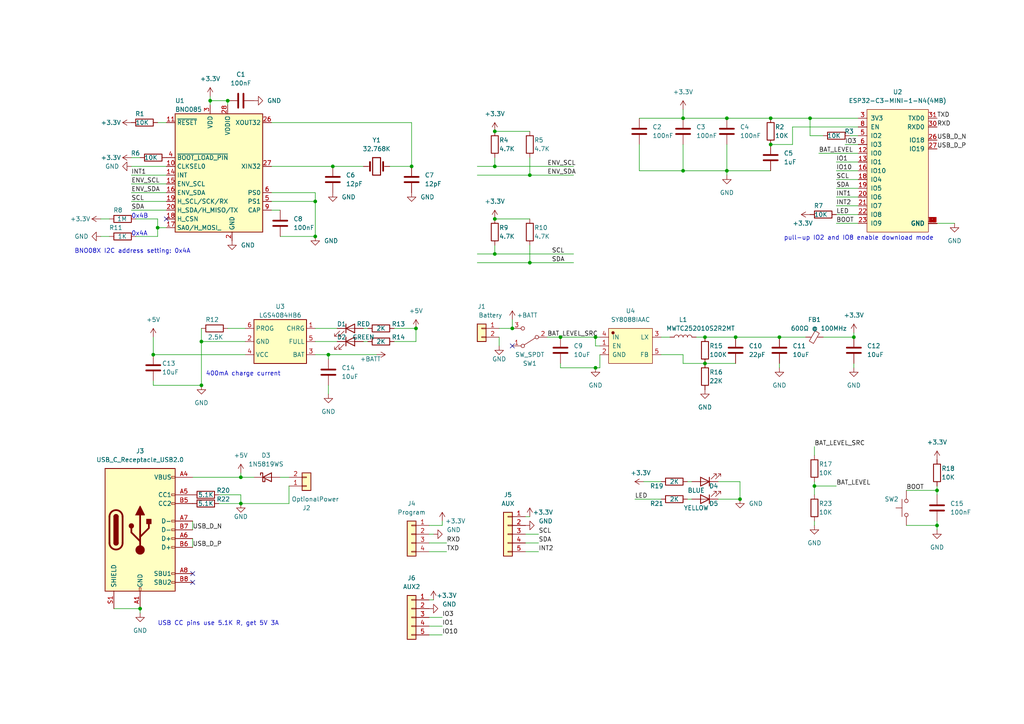
<source format=kicad_sch>
(kicad_sch (version 20230121) (generator eeschema)
  (paper "A4")
  (lib_symbols
    (symbol "Connector:USB_C_Receptacle_USB2.0" (pin_names (offset 1.016))
      (property "Reference" "J" (at -10.16 19.05 0))
      (property "Value" "USB_C_Receptacle_USB2.0" (at 19.05 19.05 0))
      (symbol "USB_C_Receptacle_USB2.0_1_1"
        (pin passive line (at 0 -22.86 90) (length 5.08) (name "GND") (number "A1"))
        (pin passive line (at 0 -22.86 90) (length 5.08) hide (name "GND") (number "A12"))
        (pin passive line (at 15.24 15.24 180) (length 5.08) (name "VBUS") (number "A4"))
        (pin bidirectional line (at 15.24 10.16 180) (length 5.08) (name "CC1") (number "A5"))
        (pin bidirectional line (at 15.24 -2.54 180) (length 5.08) (name "D+") (number "A6"))
        (pin bidirectional line (at 15.24 2.54 180) (length 5.08) (name "D-") (number "A7"))
        (pin bidirectional line (at 15.24 -12.7 180) (length 5.08) (name "SBU1") (number "A8"))
        (pin passive line (at 15.24 15.24 180) (length 5.08) hide (name "VBUS") (number "A9"))
        (pin passive line (at 0 -22.86 90) (length 5.08) hide (name "GND") (number "B1"))
        (pin passive line (at 0 -22.86 90) (length 5.08) hide (name "GND") (number "B12"))
        (pin passive line (at 15.24 15.24 180) (length 5.08) hide (name "VBUS") (number "B4"))
        (pin bidirectional line (at 15.24 7.62 180) (length 5.08) (name "CC2") (number "B5"))
        (pin bidirectional line (at 15.24 -5.08 180) (length 5.08) (name "D+") (number "B6"))
        (pin bidirectional line (at 15.24 0 180) (length 5.08) (name "D-") (number "B7"))
        (pin bidirectional line (at 15.24 -15.24 180) (length 5.08) (name "SBU2") (number "B8"))
        (pin passive line (at 15.24 15.24 180) (length 5.08) hide (name "VBUS") (number "B9"))
        (pin passive line (at -7.62 -22.86 90) (length 5.08) (name "SHIELD") (number "S1"))
      )
    )
    (symbol "Connector_Generic:Conn_01x02" (pin_names (offset 1.016) hide)
      (property "Reference" "J" (at 0 2.54 0))
      (property "Value" "Conn_01x02" (at 0 -5.08 0))
      (symbol "Conn_01x02_1_1"
        (pin passive line (at -5.08 0 0) (length 3.81) (name "Pin_1") (number "1"))
        (pin passive line (at -5.08 -2.54 0) (length 3.81) (name "Pin_2") (number "2"))
      )
    )
    (symbol "Connector_Generic:Conn_01x04" (pin_names (offset 1.016) hide)
      (property "Reference" "J" (at 0 5.08 0))
      (property "Value" "Conn_01x04" (at 0 -7.62 0))
      (symbol "Conn_01x04_1_1"
        (pin passive line (at -5.08 2.54 0) (length 3.81) (name "Pin_1") (number "1"))
        (pin passive line (at -5.08 0 0) (length 3.81) (name "Pin_2") (number "2"))
        (pin passive line (at -5.08 -2.54 0) (length 3.81) (name "Pin_3") (number "3"))
        (pin passive line (at -5.08 -5.08 0) (length 3.81) (name "Pin_4") (number "4"))
      )
    )
    (symbol "Connector_Generic:Conn_01x05" (pin_names (offset 1.016) hide)
      (property "Reference" "J" (at 0 7.62 0))
      (property "Value" "Conn_01x05" (at 0 -7.62 0))
      (symbol "Conn_01x05_1_1"
        (pin passive line (at -5.08 5.08 0) (length 3.81) (name "Pin_1") (number "1"))
        (pin passive line (at -5.08 2.54 0) (length 3.81) (name "Pin_2") (number "2"))
        (pin passive line (at -5.08 0 0) (length 3.81) (name "Pin_3") (number "3"))
        (pin passive line (at -5.08 -2.54 0) (length 3.81) (name "Pin_4") (number "4"))
        (pin passive line (at -5.08 -5.08 0) (length 3.81) (name "Pin_5") (number "5"))
      )
    )
    (symbol "Crazt_Battery:LGS4084HB6"
      (property "Reference" "U" (at -7.62 7.62 0))
      (symbol "LGS4084HB6_1_1"
        (pin passive line (at 10.16 3.81 180) (length 2.54) (name "CHRG") (number "1"))
        (pin passive line (at -10.16 0 0) (length 2.54) (name "GND") (number "2"))
        (pin passive line (at 10.16 -3.81 180) (length 2.54) (name "BAT") (number "3"))
        (pin passive line (at -10.16 -3.81 0) (length 2.54) (name "VCC") (number "4"))
        (pin passive line (at 10.16 0 180) (length 2.54) (name "FULL") (number "5"))
        (pin passive line (at -10.16 3.81 0) (length 2.54) (name "PROG") (number "6"))
      )
    )
    (symbol "Crazt_Converter_DCDC:SY8088IAAC" (pin_names (offset 1.016))
      (property "Reference" "U" (at 0 7.6962 0))
      (property "Value" "SY8088IAAC" (at 0 12.7762 0))
      (symbol "SY8088IAAC_1_1"
        (pin input line (at -8.89 0 0) (length 2.54) (name "EN") (number "1"))
        (pin input line (at -8.89 -2.54 0) (length 2.54) (name "GND") (number "2"))
        (pin input line (at 8.89 2.54 180) (length 2.54) (name "LX") (number "3"))
        (pin input line (at -8.89 2.54 0) (length 2.54) (name "IN") (number "4"))
        (pin input line (at 8.89 -2.54 180) (length 2.54) (name "FB") (number "5"))
      )
    )
    (symbol "Crazt_Module_ESP:ESP32-C3-MINI-1-N4(4MB)" (pin_names (offset 1.016))
      (property "Reference" "U" (at -7.62 19.05 0))
      (property "Value" "ESP32-C3-MINI-1-N4(4MB)" (at 2.54 21.59 0))
      (symbol "ESP32-C3-MINI-1-N4(4MB)_1_1"
        (pin input line (at 11.43 -16.51 180) (length 2.54) (name "GND") (number "1"))
        (pin no_connect line (at 8.89 2.54 180) (length 2.54) hide (name "NC") (number "10"))
        (pin input line (at 11.43 -16.51 180) (length 2.54) (name "GND") (number "11"))
        (pin input line (at -11.43 3.81 0) (length 2.54) (name "IO0") (number "12"))
        (pin input line (at -11.43 1.27 0) (length 2.54) (name "IO1") (number "13"))
        (pin input line (at 11.43 -16.51 180) (length 2.54) (name "GND") (number "14"))
        (pin no_connect line (at 8.89 1.27 180) (length 2.54) hide (name "NC") (number "15"))
        (pin input line (at -11.43 -1.27 0) (length 2.54) (name "IO10") (number "16"))
        (pin no_connect line (at 8.89 0 180) (length 2.54) hide (name "NC") (number "17"))
        (pin input line (at -11.43 -3.81 0) (length 2.54) (name "IO4") (number "18"))
        (pin input line (at -11.43 -6.35 0) (length 2.54) (name "IO5") (number "19"))
        (pin input line (at 11.43 -16.51 180) (length 2.54) (name "GND") (number "2"))
        (pin input line (at -11.43 -8.89 0) (length 2.54) (name "IO6") (number "20"))
        (pin input line (at -11.43 -11.43 0) (length 2.54) (name "IO7") (number "21"))
        (pin input line (at -11.43 -13.97 0) (length 2.54) (name "IO8") (number "22"))
        (pin input line (at -11.43 -16.51 0) (length 2.54) (name "IO9") (number "23"))
        (pin no_connect line (at 8.89 -1.27 180) (length 2.54) hide (name "NC") (number "24"))
        (pin no_connect line (at 8.89 -2.54 180) (length 2.54) hide (name "NC") (number "25"))
        (pin input line (at 11.43 7.62 180) (length 2.54) (name "IO18") (number "26"))
        (pin input line (at 11.43 5.08 180) (length 2.54) (name "IO19") (number "27"))
        (pin no_connect line (at 8.89 -3.81 180) (length 2.54) hide (name "NC") (number "28"))
        (pin no_connect line (at 8.89 -5.08 180) (length 2.54) hide (name "NC") (number "29"))
        (pin input line (at -11.43 13.97 0) (length 2.54) (name "3V3") (number "3"))
        (pin input line (at 11.43 11.43 180) (length 2.54) (name "RXD0") (number "30"))
        (pin input line (at 11.43 13.97 180) (length 2.54) (name "TXD0") (number "31"))
        (pin no_connect line (at 8.89 -6.35 180) (length 2.54) hide (name "NC") (number "32"))
        (pin no_connect line (at 8.89 -7.62 180) (length 2.54) hide (name "NC") (number "33"))
        (pin no_connect line (at 8.89 -8.89 180) (length 2.54) hide (name "NC") (number "34"))
        (pin no_connect line (at 8.89 -10.16 180) (length 2.54) hide (name "NC") (number "35"))
        (pin input line (at 11.43 -16.51 180) (length 2.54) (name "GND") (number "36"))
        (pin input line (at 11.43 -16.51 180) (length 2.54) (name "GND") (number "37"))
        (pin input line (at 11.43 -16.51 180) (length 2.54) (name "GND") (number "38"))
        (pin input line (at 11.43 -16.51 180) (length 2.54) (name "GND") (number "39"))
        (pin no_connect line (at 8.89 -11.43 180) (length 2.54) hide (name "NC") (number "4"))
        (pin input line (at 11.43 -16.51 180) (length 2.54) (name "GND") (number "40"))
        (pin input line (at 11.43 -16.51 180) (length 2.54) (name "GND") (number "41"))
        (pin input line (at 11.43 -16.51 180) (length 2.54) (name "GND") (number "42"))
        (pin input line (at 11.43 -16.51 180) (length 2.54) (name "GND") (number "43"))
        (pin input line (at 11.43 -16.51 180) (length 2.54) (name "GND") (number "44"))
        (pin input line (at 11.43 -16.51 180) (length 2.54) (name "GND") (number "45"))
        (pin input line (at 11.43 -16.51 180) (length 2.54) (name "GND") (number "46"))
        (pin input line (at 11.43 -16.51 180) (length 2.54) (name "GND") (number "47"))
        (pin input line (at 11.43 -16.51 180) (length 2.54) (name "GND") (number "48"))
        (pin input line (at 11.43 -16.51 180) (length 2.54) (name "GND") (number "49"))
        (pin input line (at -11.43 8.89 0) (length 2.54) (name "IO2") (number "5"))
        (pin input line (at 11.43 -16.51 180) (length 2.54) (name "GND") (number "50"))
        (pin input line (at 11.43 -16.51 180) (length 2.54) (name "GND") (number "51"))
        (pin input line (at 11.43 -16.51 180) (length 2.54) (name "GND") (number "52"))
        (pin input line (at 11.43 -16.51 180) (length 2.54) (name "GND") (number "53"))
        (pin input line (at -11.43 6.35 0) (length 2.54) (name "IO3") (number "6"))
        (pin no_connect line (at 8.89 -12.7 180) (length 2.54) hide (name "NC") (number "7"))
        (pin input line (at -11.43 11.43 0) (length 2.54) (name "EN") (number "8"))
        (pin no_connect line (at 8.89 -13.97 180) (length 2.54) hide (name "NC") (number "9"))
      )
    )
    (symbol "Crazt_Sensor:BNO085"
      (property "Reference" "U" (at -11.43 20.32 0))
      (property "Value" "BNO085" (at -5.08 17.78 0))
      (symbol "BNO085_1_1"
        (pin no_connect line (at -12.7 10.16 0) (length 2.54) hide (name "PIN1") (number "1"))
        (pin output line (at -15.24 0 0) (length 2.54) (name "CLKSEL0") (number "10"))
        (pin input line (at -15.24 12.7 0) (length 2.54) (name "~{RESET}") (number "11"))
        (pin no_connect line (at 12.7 10.16 180) (length 2.54) hide (name "PIN12") (number "12"))
        (pin no_connect line (at 12.7 7.62 180) (length 2.54) hide (name "PIN13") (number "13"))
        (pin output line (at -15.24 -2.54 0) (length 2.54) (name "INT") (number "14"))
        (pin bidirectional line (at -15.24 -5.08 0) (length 2.54) (name "ENV_SCL") (number "15"))
        (pin bidirectional line (at -15.24 -7.62 0) (length 2.54) (name "ENV_SDA") (number "16"))
        (pin input line (at -15.24 -17.78 0) (length 2.54) (name "SA0/H_MOSI_") (number "17"))
        (pin bidirectional line (at -15.24 -15.24 0) (length 2.54) (name "H_CSN") (number "18"))
        (pin bidirectional line (at -15.24 -10.16 0) (length 2.54) (name "H_SCL/SCK/RX") (number "19"))
        (pin power_in line (at 3.81 -21.59 90) (length 2.54) (name "GND") (number "2"))
        (pin bidirectional line (at -15.24 -12.7 0) (length 2.54) (name "H_SDA/H_MISO/TX") (number "20"))
        (pin no_connect line (at 12.7 5.08 180) (length 2.54) hide (name "PIN21") (number "21"))
        (pin no_connect line (at 12.7 2.54 180) (length 2.54) hide (name "PIN22") (number "22"))
        (pin no_connect line (at 12.7 -2.54 180) (length 2.54) hide (name "PIN23") (number "23"))
        (pin no_connect line (at 12.7 -5.08 180) (length 2.54) hide (name "PIN24") (number "24"))
        (pin power_in line (at 3.81 -21.59 90) (length 2.54) hide (name "GND") (number "25"))
        (pin output line (at 15.24 12.7 180) (length 2.54) (name "XOUT32") (number "26"))
        (pin input line (at 15.24 0 180) (length 2.54) (name "XIN32") (number "27"))
        (pin power_in line (at 2.54 17.78 270) (length 2.54) (name "VDDIO") (number "28"))
        (pin power_in line (at -2.54 17.78 270) (length 2.54) (name "VDD") (number "3"))
        (pin input line (at -15.24 2.54 0) (length 2.54) (name "~{BOOT_LOAD_PIN}") (number "4"))
        (pin input line (at 15.24 -10.16 180) (length 2.54) (name "PS1") (number "5"))
        (pin input line (at 15.24 -7.62 180) (length 2.54) (name "PS0") (number "6"))
        (pin no_connect line (at -12.7 7.62 0) (length 2.54) hide (name "PIN7") (number "7"))
        (pin no_connect line (at -12.7 5.08 0) (length 2.54) hide (name "PIN8") (number "8"))
        (pin passive line (at 15.24 -12.7 180) (length 2.54) (name "CAP") (number "9"))
      )
    )
    (symbol "Device:C" (pin_numbers hide) (pin_names (offset 0.254))
      (property "Reference" "C" (at 0.635 2.54 0))
      (property "Value" "C" (at 0.635 -2.54 0))
      (symbol "C_1_1"
        (pin passive line (at 0 3.81 270) (length 2.794) (name "~") (number "1"))
        (pin passive line (at 0 -3.81 90) (length 2.794) (name "~") (number "2"))
      )
    )
    (symbol "Device:Crystal" (pin_numbers hide) (pin_names (offset 1.016) hide)
      (property "Reference" "Y" (at 0 3.81 0))
      (property "Value" "Crystal" (at 0 -3.81 0))
      (symbol "Crystal_1_1"
        (pin passive line (at -3.81 0 0) (length 1.27) (name "1") (number "1"))
        (pin passive line (at 3.81 0 180) (length 1.27) (name "2") (number "2"))
      )
    )
    (symbol "Device:FerriteBead_Small" (pin_numbers hide) (pin_names (offset 0))
      (property "Reference" "FB" (at 1.905 1.27 0))
      (property "Value" "FerriteBead_Small" (at 1.905 -1.27 0))
      (symbol "FerriteBead_Small_1_1"
        (pin passive line (at 0 2.54 270) (length 1.27) (name "~") (number "1"))
        (pin passive line (at 0 -2.54 90) (length 1.27) (name "~") (number "2"))
      )
    )
    (symbol "Device:L" (pin_numbers hide) (pin_names (offset 1.016) hide)
      (property "Reference" "L" (at -1.27 0 90))
      (property "Value" "L" (at 1.905 0 90))
      (symbol "L_1_1"
        (pin passive line (at 0 3.81 270) (length 1.27) (name "1") (number "1"))
        (pin passive line (at 0 -3.81 90) (length 1.27) (name "2") (number "2"))
      )
    )
    (symbol "Device:LED" (pin_numbers hide) (pin_names (offset 1.016) hide)
      (property "Reference" "D" (at 0 2.54 0))
      (property "Value" "LED" (at 0 -2.54 0))
      (symbol "LED_1_1"
        (pin passive line (at -3.81 0 0) (length 2.54) (name "K") (number "1"))
        (pin passive line (at 3.81 0 180) (length 2.54) (name "A") (number "2"))
      )
    )
    (symbol "Device:R" (pin_numbers hide) (pin_names (offset 0))
      (property "Reference" "R" (at 2.032 0 90))
      (property "Value" "R" (at 0 0 90))
      (symbol "R_1_1"
        (pin passive line (at 0 3.81 270) (length 1.27) (name "~") (number "1"))
        (pin passive line (at 0 -3.81 90) (length 1.27) (name "~") (number "2"))
      )
    )
    (symbol "Diode:1N5819WS" (pin_numbers hide) (pin_names (offset 1.016) hide)
      (property "Reference" "D" (at 0 2.54 0))
      (property "Value" "1N5819WS" (at 0 -2.54 0))
      (symbol "1N5819WS_1_1"
        (pin passive line (at -3.81 0 0) (length 2.54) (name "K") (number "1"))
        (pin passive line (at 3.81 0 180) (length 2.54) (name "A") (number "2"))
      )
    )
    (symbol "Switch:SW_Push" (pin_numbers hide) (pin_names (offset 1.016) hide)
      (property "Reference" "SW" (at 1.27 2.54 0))
      (property "Value" "SW_Push" (at 0 -1.524 0))
      (symbol "SW_Push_0_1"
        (pin passive line (at -5.08 0 0) (length 2.54) (name "1") (number "1"))
        (pin passive line (at 5.08 0 180) (length 2.54) (name "2") (number "2"))
      )
    )
    (symbol "Switch:SW_SPDT" (pin_names (offset 0) hide)
      (property "Reference" "SW" (at 0 4.318 0))
      (property "Value" "SW_SPDT" (at 0 -5.08 0))
      (symbol "SW_SPDT_1_1"
        (pin passive line (at 5.08 2.54 180) (length 2.54) (name "A") (number "1"))
        (pin passive line (at -5.08 0 0) (length 2.54) (name "B") (number "2"))
        (pin passive line (at 5.08 -2.54 180) (length 2.54) (name "C") (number "3"))
      )
    )
    (symbol "power:+3.3V" (power) (pin_names (offset 0))
      (property "Value" "+3.3V" (at 0 3.556 0))
      (symbol "+3.3V_1_1"
        (pin power_in line (at 0 0 90) (length 0) hide (name "+3.3V") (number "1"))
      )
    )
    (symbol "power:+5V" (power) (pin_names (offset 0))
      (property "Value" "+5V" (at 0 3.556 0))
      (symbol "+5V_1_1"
        (pin power_in line (at 0 0 90) (length 0) hide (name "+5V") (number "1"))
      )
    )
    (symbol "power:+BATT" (power) (pin_names (offset 0))
      (property "Value" "+BATT" (at 0 3.556 0))
      (symbol "+BATT_1_1"
        (pin power_in line (at 0 0 90) (length 0) hide (name "+BATT") (number "1"))
      )
    )
    (symbol "power:GND" (power) (pin_names (offset 0))
      (property "Value" "GND" (at 0 -3.81 0))
      (symbol "GND_1_1"
        (pin power_in line (at 0 0 270) (length 0) hide (name "GND") (number "1"))
      )
    )
  )
  (junction (at 153.67 50.8))
  (junction (at 234.95 34.29))
  (junction (at 69.85 146.05))
  (junction (at 226.06 97.79))
  (junction (at 204.47 105.41))
  (junction (at 95.25 102.87))
  (junction (at 223.52 41.91))
  (junction (at 143.51 63.5))
  (junction (at 119.38 48.26))
  (junction (at 198.12 49.53))
  (junction (at 60.96 29.21))
  (junction (at 247.65 97.79))
  (junction (at 210.82 49.53))
  (junction (at 143.51 73.66))
  (junction (at 45.72 66.04))
  (junction (at 91.44 58.42))
  (junction (at 162.56 97.79))
  (junction (at 153.67 76.2))
  (junction (at 96.52 48.26))
  (junction (at 40.64 176.53))
  (junction (at 172.72 106.68))
  (junction (at 204.47 97.79))
  (junction (at 198.12 34.29))
  (junction (at 271.78 152.4))
  (junction (at 120.65 95.25))
  (junction (at 66.04 29.21))
  (junction (at 91.44 68.58))
  (junction (at 143.51 48.26))
  (junction (at 143.51 38.1))
  (junction (at 172.72 97.79))
  (junction (at 214.63 144.78))
  (junction (at 58.42 99.06))
  (junction (at 148.59 95.25))
  (junction (at 223.52 34.29))
  (junction (at 58.42 111.76))
  (junction (at 44.45 102.87))
  (junction (at 236.22 140.97))
  (junction (at 213.36 97.79))
  (junction (at 210.82 34.29))
  (junction (at 271.78 142.24))
  (junction (at 69.85 138.43))
  (no_connect (at 148.59 100.33))
  (no_connect (at 55.88 168.91))
  (no_connect (at 55.88 166.37))
  (no_connect (at 48.26 63.5))
  (wire (pts (xy 210.82 50.8) (xy 210.82 49.53)))
  (wire (pts (xy 242.57 64.77) (xy 248.92 64.77)))
  (wire (pts (xy 200.66 139.7) (xy 199.39 139.7)))
  (wire (pts (xy 91.44 68.58) (xy 91.44 58.42)))
  (wire (pts (xy 91.44 95.25) (xy 97.79 95.25)))
  (wire (pts (xy 55.88 138.43) (xy 69.85 138.43)))
  (wire (pts (xy 242.57 59.69) (xy 248.92 59.69)))
  (wire (pts (xy 29.21 68.58) (xy 31.75 68.58)))
  (wire (pts (xy 119.38 35.56) (xy 119.38 48.26)))
  (wire (pts (xy 78.74 48.26) (xy 96.52 48.26)))
  (wire (pts (xy 223.52 41.91) (xy 229.87 41.91)))
  (wire (pts (xy 125.73 173.99) (xy 124.46 173.99)))
  (wire (pts (xy 40.64 176.53) (xy 40.64 177.8)))
  (wire (pts (xy 66.04 29.21) (xy 66.04 30.48)))
  (wire (pts (xy 39.37 63.5) (xy 45.72 63.5)))
  (wire (pts (xy 229.87 36.83) (xy 229.87 41.91)))
  (wire (pts (xy 44.45 111.76) (xy 44.45 110.49)))
  (wire (pts (xy 91.44 55.88) (xy 78.74 55.88)))
  (wire (pts (xy 138.43 73.66) (xy 143.51 73.66)))
  (wire (pts (xy 45.72 66.04) (xy 48.26 66.04)))
  (wire (pts (xy 226.06 97.79) (xy 233.68 97.79)))
  (wire (pts (xy 242.57 54.61) (xy 248.92 54.61)))
  (wire (pts (xy 143.51 38.1) (xy 153.67 38.1)))
  (wire (pts (xy 246.38 39.37) (xy 248.92 39.37)))
  (wire (pts (xy 120.65 99.06) (xy 120.65 95.25)))
  (wire (pts (xy 69.85 143.51) (xy 69.85 146.05)))
  (wire (pts (xy 95.25 102.87) (xy 91.44 102.87)))
  (wire (pts (xy 143.51 71.12) (xy 143.51 73.66)))
  (wire (pts (xy 96.52 48.26) (xy 105.41 48.26)))
  (wire (pts (xy 105.41 99.06) (xy 106.68 99.06)))
  (wire (pts (xy 173.99 106.68) (xy 172.72 106.68)))
  (wire (pts (xy 143.51 63.5) (xy 153.67 63.5)))
  (wire (pts (xy 29.21 63.5) (xy 31.75 63.5)))
  (wire (pts (xy 38.1 48.26) (xy 48.26 48.26)))
  (wire (pts (xy 138.43 76.2) (xy 153.67 76.2)))
  (wire (pts (xy 271.78 140.97) (xy 271.78 142.24)))
  (wire (pts (xy 208.28 139.7) (xy 214.63 139.7)))
  (wire (pts (xy 128.27 184.15) (xy 124.46 184.15)))
  (wire (pts (xy 113.03 48.26) (xy 119.38 48.26)))
  (wire (pts (xy 143.51 48.26) (xy 166.37 48.26)))
  (wire (pts (xy 44.45 102.87) (xy 71.12 102.87)))
  (wire (pts (xy 45.72 35.56) (xy 48.26 35.56)))
  (wire (pts (xy 156.21 157.48) (xy 152.4 157.48)))
  (wire (pts (xy 39.37 68.58) (xy 45.72 68.58)))
  (wire (pts (xy 144.78 100.33) (xy 144.78 97.79)))
  (wire (pts (xy 242.57 52.07) (xy 248.92 52.07)))
  (wire (pts (xy 45.72 63.5) (xy 45.72 66.04)))
  (wire (pts (xy 186.69 139.7) (xy 191.77 139.7)))
  (wire (pts (xy 173.99 100.33) (xy 172.72 100.33)))
  (wire (pts (xy 58.42 99.06) (xy 71.12 99.06)))
  (wire (pts (xy 208.28 144.78) (xy 214.63 144.78)))
  (wire (pts (xy 236.22 129.54) (xy 236.22 132.08)))
  (wire (pts (xy 236.22 152.4) (xy 236.22 151.13)))
  (wire (pts (xy 226.06 105.41) (xy 226.06 106.68)))
  (wire (pts (xy 242.57 57.15) (xy 248.92 57.15)))
  (wire (pts (xy 105.41 95.25) (xy 106.68 95.25)))
  (wire (pts (xy 95.25 102.87) (xy 109.22 102.87)))
  (wire (pts (xy 162.56 97.79) (xy 172.72 97.79)))
  (wire (pts (xy 214.63 139.7) (xy 214.63 144.78)))
  (wire (pts (xy 200.66 144.78) (xy 199.39 144.78)))
  (wire (pts (xy 213.36 97.79) (xy 226.06 97.79)))
  (wire (pts (xy 210.82 49.53) (xy 198.12 49.53)))
  (wire (pts (xy 158.75 97.79) (xy 162.56 97.79)))
  (wire (pts (xy 242.57 46.99) (xy 248.92 46.99)))
  (wire (pts (xy 124.46 152.4) (xy 128.27 152.4)))
  (wire (pts (xy 184.15 144.78) (xy 191.77 144.78)))
  (wire (pts (xy 33.02 176.53) (xy 40.64 176.53)))
  (wire (pts (xy 55.88 153.67) (xy 55.88 151.13)))
  (wire (pts (xy 128.27 179.07) (xy 124.46 179.07)))
  (wire (pts (xy 95.25 104.14) (xy 95.25 102.87)))
  (wire (pts (xy 191.77 97.79) (xy 194.31 97.79)))
  (wire (pts (xy 38.1 53.34) (xy 48.26 53.34)))
  (wire (pts (xy 78.74 60.96) (xy 81.28 60.96)))
  (wire (pts (xy 60.96 27.94) (xy 60.96 29.21)))
  (wire (pts (xy 95.25 114.3) (xy 95.25 111.76)))
  (wire (pts (xy 245.11 41.91) (xy 248.92 41.91)))
  (wire (pts (xy 144.78 95.25) (xy 148.59 95.25)))
  (wire (pts (xy 185.42 49.53) (xy 198.12 49.53)))
  (wire (pts (xy 153.67 50.8) (xy 166.37 50.8)))
  (wire (pts (xy 83.82 146.05) (xy 83.82 140.97)))
  (wire (pts (xy 236.22 139.7) (xy 236.22 140.97)))
  (wire (pts (xy 198.12 31.75) (xy 198.12 34.29)))
  (wire (pts (xy 223.52 49.53) (xy 210.82 49.53)))
  (wire (pts (xy 271.78 151.13) (xy 271.78 152.4)))
  (wire (pts (xy 138.43 48.26) (xy 143.51 48.26)))
  (wire (pts (xy 236.22 140.97) (xy 242.57 140.97)))
  (wire (pts (xy 242.57 49.53) (xy 248.92 49.53)))
  (wire (pts (xy 238.76 97.79) (xy 247.65 97.79)))
  (wire (pts (xy 172.72 97.79) (xy 173.99 97.79)))
  (wire (pts (xy 38.1 58.42) (xy 48.26 58.42)))
  (wire (pts (xy 210.82 41.91) (xy 210.82 49.53)))
  (wire (pts (xy 198.12 105.41) (xy 204.47 105.41)))
  (wire (pts (xy 63.5 143.51) (xy 69.85 143.51)))
  (wire (pts (xy 191.77 102.87) (xy 198.12 102.87)))
  (wire (pts (xy 237.49 44.45) (xy 248.92 44.45)))
  (wire (pts (xy 66.04 95.25) (xy 71.12 95.25)))
  (wire (pts (xy 234.95 34.29) (xy 248.92 34.29)))
  (wire (pts (xy 148.59 92.71) (xy 148.59 95.25)))
  (wire (pts (xy 83.82 146.05) (xy 69.85 146.05)))
  (wire (pts (xy 162.56 106.68) (xy 172.72 106.68)))
  (wire (pts (xy 247.65 105.41) (xy 247.65 106.68)))
  (wire (pts (xy 114.3 95.25) (xy 120.65 95.25)))
  (wire (pts (xy 204.47 105.41) (xy 213.36 105.41)))
  (wire (pts (xy 38.1 55.88) (xy 48.26 55.88)))
  (wire (pts (xy 45.72 66.04) (xy 45.72 68.58)))
  (wire (pts (xy 128.27 181.61) (xy 124.46 181.61)))
  (wire (pts (xy 81.28 138.43) (xy 83.82 138.43)))
  (wire (pts (xy 271.78 64.77) (xy 276.86 64.77)))
  (wire (pts (xy 143.51 73.66) (xy 166.37 73.66)))
  (wire (pts (xy 248.92 36.83) (xy 229.87 36.83)))
  (wire (pts (xy 185.42 41.91) (xy 185.42 49.53)))
  (wire (pts (xy 198.12 102.87) (xy 198.12 105.41)))
  (wire (pts (xy 271.78 152.4) (xy 271.78 153.67)))
  (wire (pts (xy 247.65 96.52) (xy 247.65 97.79)))
  (wire (pts (xy 198.12 49.53) (xy 198.12 41.91)))
  (wire (pts (xy 172.72 100.33) (xy 172.72 97.79)))
  (wire (pts (xy 262.89 152.4) (xy 271.78 152.4)))
  (wire (pts (xy 153.67 71.12) (xy 153.67 76.2)))
  (wire (pts (xy 198.12 34.29) (xy 210.82 34.29)))
  (wire (pts (xy 69.85 138.43) (xy 73.66 138.43)))
  (wire (pts (xy 153.67 76.2) (xy 166.37 76.2)))
  (wire (pts (xy 153.67 45.72) (xy 153.67 50.8)))
  (wire (pts (xy 129.54 157.48) (xy 124.46 157.48)))
  (wire (pts (xy 162.56 105.41) (xy 162.56 106.68)))
  (wire (pts (xy 114.3 99.06) (xy 120.65 99.06)))
  (wire (pts (xy 60.96 29.21) (xy 60.96 30.48)))
  (wire (pts (xy 38.1 45.72) (xy 40.64 45.72)))
  (wire (pts (xy 63.5 146.05) (xy 69.85 146.05)))
  (wire (pts (xy 78.74 35.56) (xy 119.38 35.56)))
  (wire (pts (xy 128.27 152.4) (xy 128.27 151.13)))
  (wire (pts (xy 138.43 50.8) (xy 153.67 50.8)))
  (wire (pts (xy 58.42 111.76) (xy 44.45 111.76)))
  (wire (pts (xy 156.21 160.02) (xy 152.4 160.02)))
  (wire (pts (xy 271.78 142.24) (xy 271.78 143.51)))
  (wire (pts (xy 185.42 34.29) (xy 198.12 34.29)))
  (wire (pts (xy 60.96 29.21) (xy 66.04 29.21)))
  (wire (pts (xy 91.44 58.42) (xy 91.44 55.88)))
  (wire (pts (xy 262.89 142.24) (xy 271.78 142.24)))
  (wire (pts (xy 58.42 95.25) (xy 58.42 99.06)))
  (wire (pts (xy 201.93 97.79) (xy 204.47 97.79)))
  (wire (pts (xy 236.22 143.51) (xy 236.22 140.97)))
  (wire (pts (xy 38.1 50.8) (xy 48.26 50.8)))
  (wire (pts (xy 69.85 137.16) (xy 69.85 138.43)))
  (wire (pts (xy 223.52 34.29) (xy 234.95 34.29)))
  (wire (pts (xy 55.88 156.21) (xy 55.88 158.75)))
  (wire (pts (xy 143.51 45.72) (xy 143.51 48.26)))
  (wire (pts (xy 153.67 149.86) (xy 152.4 149.86)))
  (wire (pts (xy 38.1 60.96) (xy 48.26 60.96)))
  (wire (pts (xy 156.21 154.94) (xy 152.4 154.94)))
  (wire (pts (xy 125.73 154.94) (xy 124.46 154.94)))
  (wire (pts (xy 129.54 160.02) (xy 124.46 160.02)))
  (wire (pts (xy 210.82 34.29) (xy 223.52 34.29)))
  (wire (pts (xy 234.95 39.37) (xy 234.95 34.29)))
  (wire (pts (xy 58.42 99.06) (xy 58.42 111.76)))
  (wire (pts (xy 204.47 97.79) (xy 213.36 97.79)))
  (wire (pts (xy 44.45 97.79) (xy 44.45 102.87)))
  (wire (pts (xy 78.74 58.42) (xy 91.44 58.42)))
  (wire (pts (xy 242.57 62.23) (xy 248.92 62.23)))
  (wire (pts (xy 91.44 99.06) (xy 97.79 99.06)))
  (wire (pts (xy 238.76 39.37) (xy 234.95 39.37)))
  (wire (pts (xy 81.28 68.58) (xy 91.44 68.58)))
  (wire (pts (xy 173.99 102.87) (xy 173.99 106.68)))
  (text "400mA charge current" (at 59.69 109.22 0) (effects (font (size 1.27 1.27)) (justify left bottom)))
  (text "BNO08X I2C address setting: 0x4A" (at 21.59 73.66 0) (effects (font (size 1.27 1.27)) (justify left bottom)))
  (text "pull-up IO2 and IO8 enable download mode" (at 227.33 69.85 0) (effects (font (size 1.27 1.27)) (justify left bottom)))
  (text "0x4A" (at 38.1 68.58 0) (effects (font (size 1.27 1.27)) (justify left bottom)))
  (text "USB CC pins use 5.1K R, get 5V 3A" (at 45.72 181.61 0) (effects (font (size 1.27 1.27)) (justify left bottom)))
  (text "0x4B" (at 38.1 63.5 0) (effects (font (size 1.27 1.27)) (justify left bottom)))
  (label "SCL" (at 242.57 52.07 0))
  (label "TXD" (at 271.78 34.29 0))
  (label "BOOT" (at 242.57 64.77 0))
  (label "INT1" (at 38.1 50.8 0))
  (label "ENV_SCL" (at 158.75 48.26 0))
  (label "SCL" (at 160.02 73.66 0))
  (label "USB_D_N" (at 271.78 40.64 0))
  (label "USB_D_P" (at 55.88 158.75 0))
  (label "SDA" (at 38.1 60.96 0))
  (label "BAT_LEVEL_SRC" (at 236.22 129.54 0))
  (label "BAT_LEVEL" (at 237.49 44.45 0))
  (label "ENV_SCL" (at 38.1 53.34 0))
  (label "ENV_SDA" (at 38.1 55.88 0))
  (label "IO1" (at 128.27 181.61 0))
  (label "IO10" (at 242.57 49.53 0))
  (label "BAT_LEVEL" (at 242.57 140.97 0))
  (label "TXD" (at 129.54 160.02 0))
  (label "SDA" (at 156.21 157.48 0))
  (label "INT1" (at 242.57 57.15 0))
  (label "IO10" (at 128.27 184.15 0))
  (label "IO3" (at 128.27 179.07 0))
  (label "USB_D_P" (at 271.78 43.18 0))
  (label "SCL" (at 38.1 58.42 0))
  (label "LED" (at 242.57 62.23 0))
  (label "ENV_SDA" (at 158.75 50.8 0))
  (label "IO1" (at 242.57 46.99 0))
  (label "RXD" (at 129.54 157.48 0))
  (label "SCL" (at 156.21 154.94 0))
  (label "INT2" (at 156.21 160.02 0))
  (label "USB_D_N" (at 55.88 153.67 0))
  (label "LED" (at 184.15 144.78 0))
  (label "INT2" (at 242.57 59.69 0))
  (label "BAT_LEVEL_SRC" (at 158.75 97.79 0))
  (label "SDA" (at 160.02 76.2 0))
  (label "BOOT" (at 262.89 142.24 0))
  (label "RXD" (at 271.78 36.83 0))
  (label "IO3" (at 245.11 41.91 0))
  (label "SDA" (at 242.57 54.61 0))
  (symbol (lib_id "Connector_Generic:Conn_01x02") (at 88.9 140.97 0) (mirror x) (unit 1)
    (property "Reference" "J2" (at 88.9 147.32 0))
    (property "Value" "OptionalPower" (at 91.44 144.78 0))
    (property "Footprint" "Crazt_Connector:YZ193115035T-02025-01" (effects hide))
  )
  (symbol (lib_id "power:GND") (at 276.86 64.77 0) (unit 1)
    (property "Reference" "#PWR014" (effects hide))
    (property "Value" "GND" (at 276.86 69.85 0))
  )
  (symbol (lib_id "Switch:SW_SPDT") (at 153.67 97.79 180) (unit 1)
    (property "Reference" "SW1" (at 153.67 105.41 0))
    (property "Value" "SW_SPDT" (at 153.67 102.87 0))
    (property "Footprint" "Button_Switch_SMD:SW_SPDT_PCM12" (effects hide))
  )
  (symbol (lib_id "power:GND") (at 38.1 48.26 270) (unit 1)
    (property "Reference" "#PWR07" (effects hide))
    (property "Value" "GND" (at 30.48 48.26 90) (effects (justify left)))
  )
  (symbol (lib_id "Device:C") (at 162.56 101.6 0) (unit 1)
    (property "Reference" "C9" (at 166.37 100.33 0) (effects (justify left)))
    (property "Value" "10uF" (at 166.37 102.87 0) (effects (justify left)))
    (property "Footprint" "Capacitor_SMD:C_0402_1005Metric" (effects hide))
  )
  (symbol (lib_id "Device:R") (at 242.57 39.37 90) (unit 1)
    (property "Reference" "R3" (at 247.65 38.1 90) (effects (justify left)))
    (property "Value" "10K" (at 243.84 39.37 90) (effects (justify left)))
    (property "Footprint" "Resistor_SMD:R_0402_1005Metric" (effects hide))
  )
  (symbol (lib_id "Device:C") (at 44.45 106.68 0) (unit 1)
    (property "Reference" "C13" (at 46.99 105.41 0) (effects (justify left)))
    (property "Value" "10uF" (at 46.99 107.95 0) (effects (justify left)))
    (property "Footprint" "Capacitor_SMD:C_0402_1005Metric" (effects hide))
  )
  (symbol (lib_id "power:+5V") (at 69.85 137.16 0) (unit 1)
    (property "Reference" "#PWR031" (effects hide))
    (property "Value" "+5V" (at 69.85 132.08 0))
  )
  (symbol (lib_id "Device:C") (at 69.85 29.21 90) (unit 1)
    (property "Reference" "C1" (at 69.85 21.59 90))
    (property "Value" "100nF" (at 69.85 24.13 90))
    (property "Footprint" "Capacitor_SMD:C_0402_1005Metric" (effects hide))
  )
  (symbol (lib_id "Device:R") (at 271.78 137.16 0) (unit 1)
    (property "Reference" "R18" (at 273.05 135.89 0) (effects (justify left)))
    (property "Value" "10K" (at 273.05 138.43 0) (effects (justify left)))
    (property "Footprint" "Resistor_SMD:R_0402_1005Metric" (effects hide))
  )
  (symbol (lib_id "power:GND") (at 204.47 113.03 0) (unit 1)
    (property "Reference" "#PWR028" (effects hide))
    (property "Value" "GND" (at 204.47 118.11 0))
  )
  (symbol (lib_id "power:GND") (at 236.22 152.4 0) (unit 1)
    (property "Reference" "#PWR038" (effects hide))
    (property "Value" "GND" (at 236.22 157.48 0))
  )
  (symbol (lib_id "Device:LED") (at 204.47 144.78 180) (unit 1)
    (property "Reference" "D5" (at 207.01 146.05 0))
    (property "Value" "YELLOW" (at 201.93 147.32 0))
    (property "Footprint" "LED_SMD:LED_0603_1608Metric" (effects hide))
  )
  (symbol (lib_id "Device:R") (at 110.49 99.06 90) (unit 1)
    (property "Reference" "R14" (at 115.57 97.79 90))
    (property "Value" "2K" (at 110.49 99.06 90))
    (property "Footprint" "Resistor_SMD:R_0402_1005Metric" (effects hide))
  )
  (symbol (lib_id "Crazt_Converter_DCDC:SY8088IAAC") (at 182.88 100.33 0) (unit 1)
    (property "Reference" "U4" (at 182.88 90.17 0))
    (property "Value" "SY8088IAAC" (at 182.88 92.71 0))
    (property "Footprint" "Package_TO_SOT_SMD:SOT-23-5" (effects hide))
    (property "Datasheet" "http://www.szlcsc.com/product/details_486364.html" (effects hide))
    (property "SuppliersPartNumber" "C479072" (effects hide))
    (property "uuid" "std:d5b2c8bbd3fc468eafbf6751833f8272" (effects hide))
  )
  (symbol (lib_id "Device:R") (at 223.52 38.1 0) (unit 1)
    (property "Reference" "R2" (at 224.79 36.83 0) (effects (justify left)))
    (property "Value" "10K" (at 224.79 39.37 0) (effects (justify left)))
    (property "Footprint" "Resistor_SMD:R_0402_1005Metric" (effects hide))
  )
  (symbol (lib_id "Device:R") (at 195.58 144.78 270) (unit 1)
    (property "Reference" "R21" (at 190.5 146.05 90))
    (property "Value" "2K" (at 195.58 144.78 90))
    (property "Footprint" "Resistor_SMD:R_0402_1005Metric" (effects hide))
  )
  (symbol (lib_id "power:GND") (at 124.46 176.53 90) (unit 1)
    (property "Reference" "#PWR042" (effects hide))
    (property "Value" "GND" (at 128.27 175.26 90) (effects (justify right)))
  )
  (symbol (lib_id "Device:R") (at 35.56 68.58 90) (unit 1)
    (property "Reference" "R11" (at 35.56 66.04 90) (effects (justify left)))
    (property "Value" "1K" (at 36.83 68.58 90) (effects (justify left)))
    (property "Footprint" "Resistor_SMD:R_0402_1005Metric" (effects hide))
  )
  (symbol (lib_id "Device:R") (at 44.45 45.72 90) (unit 1)
    (property "Reference" "R6" (at 40.64 44.45 90) (effects (justify left)))
    (property "Value" "10K" (at 45.72 45.72 90) (effects (justify left)))
    (property "Footprint" "Resistor_SMD:R_0402_1005Metric" (effects hide))
  )
  (symbol (lib_id "Diode:1N5819WS") (at 77.47 138.43 0) (unit 1)
    (property "Reference" "D3" (at 77.1525 132.08 0))
    (property "Value" "1N5819WS" (at 77.1525 134.62 0))
    (property "Footprint" "Diode_SMD:D_SOD-323" (effects hide))
    (property "Datasheet" "https://datasheet.lcsc.com/lcsc/2204281430_Guangdong-Hottech-1N5819WS_C191023.pdf" (effects hide))
  )
  (symbol (lib_id "Device:C") (at 96.52 52.07 180) (unit 1)
    (property "Reference" "C6" (at 100.33 50.7999 0) (effects (justify right)))
    (property "Value" "12pF" (at 100.33 53.3399 0) (effects (justify right)))
    (property "Footprint" "Capacitor_SMD:C_0402_1005Metric" (effects hide))
  )
  (symbol (lib_id "power:GND") (at 95.25 114.3 0) (unit 1)
    (property "Reference" "#PWR029" (effects hide))
    (property "Value" "GND" (at 95.25 119.38 0))
  )
  (symbol (lib_id "Device:R") (at 59.69 143.51 90) (unit 1)
    (property "Reference" "R20" (at 64.77 142.24 90))
    (property "Value" "5.1K" (at 59.69 143.51 90))
    (property "Footprint" "Resistor_SMD:R_0402_1005Metric" (effects hide))
  )
  (symbol (lib_id "power:+3.3V") (at 247.65 96.52 0) (mirror y) (unit 1)
    (property "Reference" "#PWR020" (effects hide))
    (property "Value" "+3.3V" (at 247.65 91.44 0))
  )
  (symbol (lib_id "power:GND") (at 119.38 55.88 0) (unit 1)
    (property "Reference" "#PWR010" (effects hide))
    (property "Value" "GND" (at 121.92 57.1499 0) (effects (justify left)))
  )
  (symbol (lib_id "power:GND") (at 271.78 153.67 0) (unit 1)
    (property "Reference" "#PWR039" (effects hide))
    (property "Value" "GND" (at 271.78 158.75 0))
  )
  (symbol (lib_id "power:+3.3V") (at 143.51 38.1 0) (unit 1)
    (property "Reference" "#PWR05" (effects hide))
    (property "Value" "+3.3V" (at 143.51 33.02 0))
  )
  (symbol (lib_id "Device:R") (at 41.91 35.56 90) (unit 1)
    (property "Reference" "R1" (at 41.91 33.02 90) (effects (justify left)))
    (property "Value" "10K" (at 43.18 35.56 90) (effects (justify left)))
    (property "Footprint" "Resistor_SMD:R_0402_1005Metric" (effects hide))
  )
  (symbol (lib_id "Device:LED") (at 101.6 95.25 0) (unit 1)
    (property "Reference" "D1" (at 99.06 93.98 0))
    (property "Value" "RED" (at 105.41 93.98 0))
    (property "Footprint" "LED_SMD:LED_0603_1608Metric" (effects hide))
  )
  (symbol (lib_id "power:+3.3V") (at 38.1 45.72 90) (unit 1)
    (property "Reference" "#PWR06" (effects hide))
    (property "Value" "+3.3V" (at 29.21 45.72 90) (effects (justify right)))
  )
  (symbol (lib_id "Crazt_Module_ESP:ESP32-C3-MINI-1-N4(4MB)") (at 260.35 48.26 0) (unit 1)
    (property "Reference" "U2" (at 260.35 26.67 0))
    (property "Value" "ESP32-C3-MINI-1-N4(4MB)" (at 260.35 29.21 0))
    (property "Footprint" "Crazt_Module_ESP:WIFIM-SMD_ESP32-C3-MINI-1" (effects hide))
    (property "SuppliersPartNumber" "C2934561" (effects hide))
    (property "uuid" "std:71f9fd8de64f4a2f88a257d5d79dddcd" (effects hide))
  )
  (symbol (lib_id "power:+3.3V") (at 38.1 35.56 90) (unit 1)
    (property "Reference" "#PWR04" (effects hide))
    (property "Value" "+3.3V" (at 29.21 35.56 90) (effects (justify right)))
  )
  (symbol (lib_id "power:+3.3V") (at 125.73 173.99 0) (unit 1)
    (property "Reference" "#PWR041" (effects hide))
    (property "Value" "+3.3V" (at 129.54 172.72 0))
  )
  (symbol (lib_id "Device:LED") (at 101.6 99.06 0) (unit 1)
    (property "Reference" "D2" (at 99.06 97.79 0))
    (property "Value" "GREEN" (at 105.41 97.79 0))
    (property "Footprint" "LED_SMD:LED_0603_1608Metric" (effects hide))
  )
  (symbol (lib_id "Device:Crystal") (at 109.22 48.26 0) (unit 1)
    (property "Reference" "Y1" (at 109.22 40.64 0))
    (property "Value" "32.768K" (at 109.22 43.18 0))
    (property "Footprint" "Crazt_Oscillator:Crystal_SMD_3215-2Pin_3.2x1.5mm" (effects hide))
  )
  (symbol (lib_id "Device:C") (at 119.38 52.07 180) (unit 1)
    (property "Reference" "C7" (at 123.19 50.7999 0) (effects (justify right)))
    (property "Value" "12pF" (at 123.19 53.3399 0) (effects (justify right)))
    (property "Footprint" "Capacitor_SMD:C_0402_1005Metric" (effects hide))
  )
  (symbol (lib_id "power:+3.3V") (at 29.21 63.5 90) (unit 1)
    (property "Reference" "#PWR012" (effects hide))
    (property "Value" "+3.3V" (at 20.32 63.5 90) (effects (justify right)))
  )
  (symbol (lib_id "Device:R") (at 143.51 41.91 0) (unit 1)
    (property "Reference" "R4" (at 144.78 40.64 0) (effects (justify left)))
    (property "Value" "4.7K" (at 144.78 43.18 0) (effects (justify left)))
    (property "Footprint" "Resistor_SMD:R_0402_1005Metric" (effects hide))
  )
  (symbol (lib_id "power:GND") (at 73.66 29.21 90) (unit 1)
    (property "Reference" "#PWR02" (effects hide))
    (property "Value" "GND" (at 77.47 29.2099 90) (effects (justify right)))
  )
  (symbol (lib_id "Device:C") (at 223.52 45.72 0) (mirror y) (unit 1)
    (property "Reference" "C5" (at 227.33 44.4499 0) (effects (justify right)))
    (property "Value" "1uF" (at 227.33 46.9899 0) (effects (justify right)))
    (property "Footprint" "Capacitor_SMD:C_0402_1005Metric" (effects hide))
  )
  (symbol (lib_id "Device:R") (at 35.56 63.5 90) (unit 1)
    (property "Reference" "R8" (at 35.56 60.96 90) (effects (justify left)))
    (property "Value" "1M" (at 36.83 63.5 90) (effects (justify left)))
    (property "Footprint" "Resistor_SMD:R_0402_1005Metric" (effects hide))
  )
  (symbol (lib_id "power:GND") (at 29.21 68.58 270) (unit 1)
    (property "Reference" "#PWR015" (effects hide))
    (property "Value" "GND" (at 21.59 68.58 90) (effects (justify left)))
  )
  (symbol (lib_id "Device:L") (at 198.12 97.79 90) (unit 1)
    (property "Reference" "L1" (at 198.12 92.71 90))
    (property "Value" "MWTC252010S2R2MT" (at 203.2 95.25 90))
    (property "Footprint" "Inductor_SMD:L_Sunlord_SWPA252010S" (effects hide))
  )
  (symbol (lib_id "power:+3.3V") (at 60.96 27.94 0) (unit 1)
    (property "Reference" "#PWR01" (effects hide))
    (property "Value" "+3.3V" (at 60.96 22.86 0))
  )
  (symbol (lib_id "Device:R") (at 195.58 139.7 270) (unit 1)
    (property "Reference" "R19" (at 190.5 140.97 90))
    (property "Value" "2K" (at 195.58 139.7 90))
    (property "Footprint" "Resistor_SMD:R_0402_1005Metric" (effects hide))
  )
  (symbol (lib_id "power:GND") (at 67.31 69.85 0) (unit 1)
    (property "Reference" "#PWR017" (effects hide))
    (property "Value" "GND" (at 69.85 71.1199 0) (effects (justify left)))
  )
  (symbol (lib_id "Device:C") (at 95.25 107.95 0) (unit 1)
    (property "Reference" "C14" (at 99.06 106.68 0) (effects (justify left)))
    (property "Value" "10uF" (at 99.06 109.22 0) (effects (justify left)))
    (property "Footprint" "Capacitor_SMD:C_0402_1005Metric" (effects hide))
  )
  (symbol (lib_id "power:GND") (at 214.63 144.78 0) (unit 1)
    (property "Reference" "#PWR033" (effects hide))
    (property "Value" "GND" (at 217.17 146.0499 0) (effects (justify left)))
  )
  (symbol (lib_id "Device:R") (at 236.22 147.32 0) (unit 1)
    (property "Reference" "R23" (at 237.49 146.05 0) (effects (justify left)))
    (property "Value" "10K" (at 237.49 148.59 0) (effects (justify left)))
    (property "Footprint" "Resistor_SMD:R_0402_1005Metric" (effects hide))
  )
  (symbol (lib_id "power:GND") (at 96.52 55.88 0) (unit 1)
    (property "Reference" "#PWR09" (effects hide))
    (property "Value" "GND" (at 99.06 57.1499 0) (effects (justify left)))
  )
  (symbol (lib_id "power:+3.3V") (at 198.12 31.75 0) (unit 1)
    (property "Reference" "#PWR03" (effects hide))
    (property "Value" "+3.3V" (at 198.12 26.67 0))
  )
  (symbol (lib_id "Connector_Generic:Conn_01x05") (at 147.32 154.94 0) (mirror y) (unit 1)
    (property "Reference" "J5" (at 147.32 143.51 0))
    (property "Value" "AUX" (at 147.32 146.05 0))
    (property "Footprint" "Connector_JST:JST_GH_SM05B-GHS-TB_1x05-1MP_P1.25mm_Horizontal" (effects hide))
  )
  (symbol (lib_id "Device:R") (at 236.22 135.89 0) (unit 1)
    (property "Reference" "R17" (at 237.49 134.62 0) (effects (justify left)))
    (property "Value" "10K" (at 237.49 137.16 0) (effects (justify left)))
    (property "Footprint" "Resistor_SMD:R_0402_1005Metric" (effects hide))
  )
  (symbol (lib_id "Device:C") (at 247.65 101.6 0) (unit 1)
    (property "Reference" "C12" (at 251.46 100.33 0) (effects (justify left)))
    (property "Value" "10uF" (at 251.46 102.87 0) (effects (justify left)))
    (property "Footprint" "Capacitor_SMD:C_0402_1005Metric" (effects hide))
  )
  (symbol (lib_id "power:GND") (at 40.64 177.8 0) (unit 1)
    (property "Reference" "#PWR043" (effects hide))
    (property "Value" "GND" (at 40.64 182.88 0))
  )
  (symbol (lib_id "Device:R") (at 153.67 41.91 0) (unit 1)
    (property "Reference" "R5" (at 154.94 40.64 0) (effects (justify left)))
    (property "Value" "4.7K" (at 154.94 43.18 0) (effects (justify left)))
    (property "Footprint" "Resistor_SMD:R_0402_1005Metric" (effects hide))
  )
  (symbol (lib_id "Device:C") (at 213.36 101.6 0) (unit 1)
    (property "Reference" "C10" (at 217.17 100.33 0) (effects (justify left)))
    (property "Value" "22pF" (at 217.17 102.87 0) (effects (justify left)))
    (property "Footprint" "Capacitor_SMD:C_0402_1005Metric" (effects hide))
  )
  (symbol (lib_id "Device:C") (at 210.82 38.1 0) (unit 1)
    (property "Reference" "C4" (at 214.63 36.8299 0) (effects (justify left)))
    (property "Value" "100nF" (at 214.63 39.3699 0) (effects (justify left)))
    (property "Footprint" "Capacitor_SMD:C_0402_1005Metric" (effects hide))
  )
  (symbol (lib_id "power:+3.3V") (at 153.67 149.86 0) (unit 1)
    (property "Reference" "#PWR035" (effects hide))
    (property "Value" "+3.3V" (at 157.48 148.59 0))
  )
  (symbol (lib_id "power:+BATT") (at 148.59 92.71 0) (mirror y) (unit 1)
    (property "Reference" "#PWR018" (effects hide))
    (property "Value" "+BATT" (at 149.86 91.44 0) (effects (justify right)))
  )
  (symbol (lib_id "Device:R") (at 143.51 67.31 0) (unit 1)
    (property "Reference" "R9" (at 144.78 66.04 0) (effects (justify left)))
    (property "Value" "4.7K" (at 144.78 68.58 0) (effects (justify left)))
    (property "Footprint" "Resistor_SMD:R_0402_1005Metric" (effects hide))
  )
  (symbol (lib_id "Device:R") (at 110.49 95.25 90) (unit 1)
    (property "Reference" "R13" (at 115.57 93.98 90))
    (property "Value" "2K" (at 110.49 95.25 90))
    (property "Footprint" "Resistor_SMD:R_0402_1005Metric" (effects hide))
  )
  (symbol (lib_id "Device:LED") (at 204.47 139.7 180) (unit 1)
    (property "Reference" "D4" (at 207.01 140.97 0))
    (property "Value" "BLUE" (at 201.93 142.24 0))
    (property "Footprint" "LED_SMD:LED_0603_1608Metric" (effects hide))
  )
  (symbol (lib_id "Device:C") (at 185.42 38.1 0) (unit 1)
    (property "Reference" "C2" (at 189.23 36.8299 0) (effects (justify left)))
    (property "Value" "100nF" (at 189.23 39.3699 0) (effects (justify left)))
    (property "Footprint" "Capacitor_SMD:C_0402_1005Metric" (effects hide))
  )
  (symbol (lib_id "power:+5V") (at 44.45 97.79 0) (unit 1)
    (property "Reference" "#PWR021" (effects hide))
    (property "Value" "+5V" (at 44.45 92.71 0))
  )
  (symbol (lib_id "Crazt_Battery:LGS4084HB6") (at 81.28 99.06 0) (unit 1)
    (property "Reference" "U3" (at 81.28 88.9 0))
    (property "Value" "LGS4084HB6" (at 81.28 91.44 0))
    (property "Footprint" "Package_TO_SOT_SMD:SOT-23-6" (effects hide))
  )
  (symbol (lib_id "Device:FerriteBead_Small") (at 236.22 97.79 90) (unit 1)
    (property "Reference" "FB1" (at 236.22 92.71 90))
    (property "Value" "600Ω @ 100MHz" (at 237.49 95.25 90))
    (property "Footprint" "Inductor_SMD:L_0603_1608Metric" (effects hide))
  )
  (symbol (lib_id "power:GND") (at 125.73 154.94 90) (unit 1)
    (property "Reference" "#PWR040" (effects hide))
    (property "Value" "GND" (at 129.54 153.67 90) (effects (justify right)))
  )
  (symbol (lib_id "power:+BATT") (at 109.22 102.87 270) (mirror x) (unit 1)
    (property "Reference" "#PWR023" (effects hide))
    (property "Value" "+BATT" (at 110.49 104.14 90) (effects (justify right)))
  )
  (symbol (lib_id "power:GND") (at 226.06 106.68 0) (unit 1)
    (property "Reference" "#PWR025" (effects hide))
    (property "Value" "GND" (at 226.06 111.76 0))
  )
  (symbol (lib_id "power:GND") (at 69.85 146.05 0) (unit 1)
    (property "Reference" "#PWR034" (effects hide))
    (property "Value" "GND" (at 69.85 149.86 0))
  )
  (symbol (lib_id "power:GND") (at 247.65 106.68 0) (unit 1)
    (property "Reference" "#PWR026" (effects hide))
    (property "Value" "GND" (at 247.65 111.76 0))
  )
  (symbol (lib_id "power:+3.3V") (at 234.95 62.23 90) (unit 1)
    (property "Reference" "#PWR011" (effects hide))
    (property "Value" "+3.3V" (at 229.87 64.77 90) (effects (justify right)))
  )
  (symbol (lib_id "power:GND") (at 144.78 100.33 0) (mirror y) (unit 1)
    (property "Reference" "#PWR022" (effects hide))
    (property "Value" "GND" (at 144.78 104.14 0))
  )
  (symbol (lib_id "Switch:SW_Push") (at 262.89 147.32 90) (unit 1)
    (property "Reference" "SW2" (at 256.54 144.78 90) (effects (justify right)))
    (property "Value" "SW_Push" (effects hide))
    (property "Footprint" "Crazt_Button_Switch:SW_Push_SPST_NO_Alps_SKRK" (effects hide))
  )
  (symbol (lib_id "Device:R") (at 238.76 62.23 90) (unit 1)
    (property "Reference" "R7" (at 238.76 59.69 90) (effects (justify left)))
    (property "Value" "10K" (at 240.03 62.23 90) (effects (justify left)))
    (property "Footprint" "Resistor_SMD:R_0402_1005Metric" (effects hide))
  )
  (symbol (lib_id "Device:C") (at 271.78 147.32 0) (unit 1)
    (property "Reference" "C15" (at 275.59 146.0499 0) (effects (justify left)))
    (property "Value" "100nF" (at 275.59 148.5899 0) (effects (justify left)))
    (property "Footprint" "Capacitor_SMD:C_0402_1005Metric" (effects hide))
  )
  (symbol (lib_id "power:GND") (at 172.72 106.68 0) (unit 1)
    (property "Reference" "#PWR024" (effects hide))
    (property "Value" "GND" (at 172.72 111.76 0))
  )
  (symbol (lib_id "power:+3.3V") (at 128.27 151.13 0) (unit 1)
    (property "Reference" "#PWR036" (effects hide))
    (property "Value" "+3.3V" (at 132.08 151.13 0))
  )
  (symbol (lib_id "Device:R") (at 59.69 146.05 90) (unit 1)
    (property "Reference" "R22" (at 64.77 144.78 90))
    (property "Value" "5.1K" (at 59.69 146.05 90))
    (property "Footprint" "Resistor_SMD:R_0402_1005Metric" (effects hide))
  )
  (symbol (lib_id "Device:C") (at 226.06 101.6 0) (unit 1)
    (property "Reference" "C11" (at 229.87 100.33 0) (effects (justify left)))
    (property "Value" "10uF" (at 229.87 102.87 0) (effects (justify left)))
    (property "Footprint" "Capacitor_SMD:C_0402_1005Metric" (effects hide))
  )
  (symbol (lib_id "Device:R") (at 62.23 95.25 90) (unit 1)
    (property "Reference" "R12" (at 63.5 92.71 90) (effects (justify left)))
    (property "Value" "2.5K" (at 64.77 97.79 90) (effects (justify left)))
    (property "Footprint" "Resistor_SMD:R_0402_1005Metric" (effects hide))
  )
  (symbol (lib_id "Connector_Generic:Conn_01x05") (at 119.38 179.07 0) (mirror y) (unit 1)
    (property "Reference" "J6" (at 119.38 167.64 0))
    (property "Value" "AUX2" (at 119.38 170.18 0))
    (property "Footprint" "Crazt_Connector:Pad_1x05_P1.27mm" (effects hide))
  )
  (symbol (lib_id "power:+5V") (at 120.65 95.25 0) (unit 1)
    (property "Reference" "#PWR019" (effects hide))
    (property "Value" "+5V" (at 120.65 90.17 0))
  )
  (symbol (lib_id "Connector:USB_C_Receptacle_USB2.0") (at 40.64 153.67 0) (unit 1)
    (property "Reference" "J3" (at 40.64 130.81 0))
    (property "Value" "USB_C_Receptacle_USB2.0" (at 40.64 133.35 0))
    (property "Footprint" "Connector_USB:USB_C_Receptacle_GCT_USB4105-xx-A_16P_TopMnt_Horizontal" (effects hide))
    (property "Datasheet" "https://www.usb.org/sites/default/files/documents/usb_type-c.zip" (effects hide))
  )
  (symbol (lib_id "power:GND") (at 91.44 68.58 0) (unit 1)
    (property "Reference" "#PWR016" (effects hide))
    (property "Value" "GND" (at 93.98 69.8499 0) (effects (justify left)))
  )
  (symbol (lib_id "Device:C") (at 198.12 38.1 0) (unit 1)
    (property "Reference" "C3" (at 201.93 36.8299 0) (effects (justify left)))
    (property "Value" "100nF" (at 201.93 39.3699 0) (effects (justify left)))
    (property "Footprint" "Capacitor_SMD:C_0402_1005Metric" (effects hide))
  )
  (symbol (lib_id "power:+3.3V") (at 271.78 133.35 0) (unit 1)
    (property "Reference" "#PWR030" (effects hide))
    (property "Value" "+3.3V" (at 271.78 128.27 0))
  )
  (symbol (lib_id "Device:R") (at 153.67 67.31 0) (unit 1)
    (property "Reference" "R10" (at 154.94 66.04 0) (effects (justify left)))
    (property "Value" "4.7K" (at 154.94 68.58 0) (effects (justify left)))
    (property "Footprint" "Resistor_SMD:R_0402_1005Metric" (effects hide))
  )
  (symbol (lib_id "Device:R") (at 204.47 109.22 0) (unit 1)
    (property "Reference" "R16" (at 205.74 107.95 0) (effects (justify left)))
    (property "Value" "22K" (at 205.74 110.49 0) (effects (justify left)))
    (property "Footprint" "Resistor_SMD:R_0402_1005Metric" (effects hide))
  )
  (symbol (lib_id "Crazt_Sensor:BNO085") (at 63.5 48.26 0) (unit 1)
    (property "Reference" "U1" (at 50.8 29.21 0) (effects (justify left)))
    (property "Value" "BNO085" (at 50.8 31.75 0) (effects (justify left)))
    (property "Footprint" "Package_LGA:LGA-28_5.2x3.8mm_P0.5mm" (effects hide))
    (property "Datasheet" "https://www.bosch-sensortec.com/media/boschsensortec/downloads/datasheets/bst-bno055-ds000.pdf" (effects hide))
  )
  (symbol (lib_id "power:+3.3V") (at 186.69 139.7 90) (unit 1)
    (property "Reference" "#PWR032" (effects hide))
    (property "Value" "+3.3V" (at 182.88 137.16 90) (effects (justify right)))
  )
  (symbol (lib_id "Device:R") (at 204.47 101.6 0) (unit 1)
    (property "Reference" "R15" (at 205.74 100.33 0) (effects (justify left)))
    (property "Value" "100K" (at 205.74 102.87 0) (effects (justify left)))
    (property "Footprint" "Resistor_SMD:R_0402_1005Metric" (effects hide))
  )
  (symbol (lib_id "power:GND") (at 210.82 50.8 0) (unit 1)
    (property "Reference" "#PWR08" (effects hide))
    (property "Value" "GND" (at 210.82 55.88 0))
  )
  (symbol (lib_id "Device:C") (at 81.28 64.77 0) (unit 1)
    (property "Reference" "C8" (at 85.09 63.4999 0) (effects (justify left)))
    (property "Value" "100nF" (at 85.09 66.0399 0) (effects (justify left)))
    (property "Footprint" "Capacitor_SMD:C_0402_1005Metric" (effects hide))
  )
  (symbol (lib_id "Connector_Generic:Conn_01x02") (at 139.7 95.25 0) (mirror y) (unit 1)
    (property "Reference" "J1" (at 139.7 88.9 0))
    (property "Value" "Battery" (at 142.24 91.44 0))
    (property "Footprint" "Connector_Molex:Molex_PicoBlade_53261-0271_1x02-1MP_P1.25mm_Horizontal" (effects hide))
  )
  (symbol (lib_id "power:GND") (at 152.4 152.4 90) (unit 1)
    (property "Reference" "#PWR037" (effects hide))
    (property "Value" "GND" (at 156.21 151.13 90) (effects (justify right)))
  )
  (symbol (lib_id "power:+3.3V") (at 143.51 63.5 0) (unit 1)
    (property "Reference" "#PWR013" (effects hide))
    (property "Value" "+3.3V" (at 143.51 58.42 0))
  )
  (symbol (lib_id "Connector_Generic:Conn_01x04") (at 119.38 154.94 0) (mirror y) (unit 1)
    (property "Reference" "J4" (at 119.38 146.05 0))
    (property "Value" "Program" (at 119.38 148.59 0))
    (property "Footprint" "Crazt_Connector:PinHeader_1x04_P1.27mm_Vertical" (effects hide))
  )
  (symbol (lib_id "power:GND") (at 58.42 111.76 0) (unit 1)
    (property "Reference" "#PWR027" (effects hide))
    (property "Value" "GND" (at 58.42 116.84 0))
  )
)
</source>
